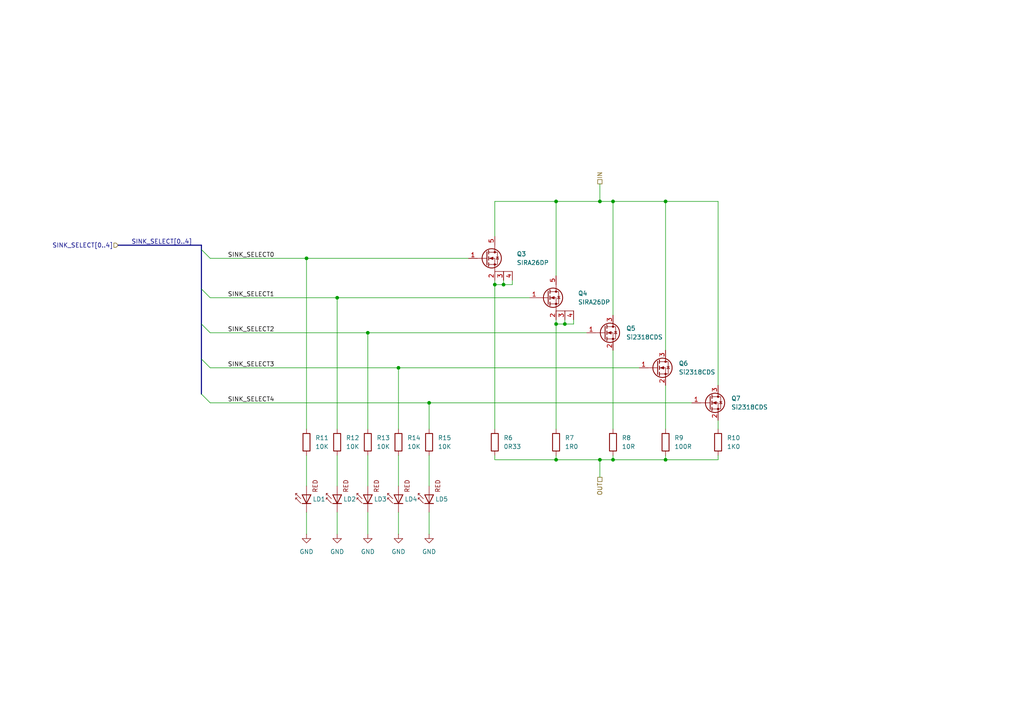
<source format=kicad_sch>
(kicad_sch (version 20250114) (generator "eeschema") (generator_version "9.0")
  (paper "A4")
  (title_block (title "SINK SENSE AND SELECT") (date "2026-01-23") (rev "A1"))
  (lib_symbols
    (symbol "power:GND" (power) (pin_numbers (hide yes)) (pin_names (offset 0) (hide yes))
      (property "Value" "GND" (at 0 -3.81 0))
      (symbol "GND_0_1"
        (polyline (pts (xy 0 0) (xy 0 -1.27) (xy 1.27 -1.27) (xy 0 -2.54) (xy -1.27 -1.27) (xy 0 -1.27)))
      )
      (symbol "GND_1_1"
        (pin power_in line (at 0 0 270) (length 0) (name "~") (number "1"))
      )
    )
    (symbol "vickys_symbols:APHHS1005LSECK/J3-PF" (pin_numbers (hide yes)) (pin_names (hide yes))
      (property "Reference" "LD" (at 0 -2.54 0))
      (property "Value" "APHHS1005LSECK/J3-PF" (at 1.27 -5.08 0))
      (symbol "APHHS1005LSECK/J3-PF_0_1"
        (polyline (pts (xy -1.27 1.27) (xy -1.27 -1.27)) (stroke (width 0.254)))
        (polyline (pts (xy -1.143 1.651) (xy 0.381 3.175) (xy 0.381 2.667) (xy 0.381 3.175) (xy -0.127 3.175)))
        (polyline (pts (xy 0.127 1.651) (xy 1.651 3.175) (xy 1.651 2.667)))
        (polyline (pts (xy 1.27 0) (xy -1.27 0)))
        (polyline (pts (xy 1.27 -1.27) (xy -1.27 0) (xy 1.27 1.27) (xy 1.27 -1.27)) (stroke (width 0.254)))
        (polyline (pts (xy 1.651 3.175) (xy 1.143 3.175)))
      )
      (symbol "APHHS1005LSECK/J3-PF_1_1"
        (text "RED" (at 3.81 -2.54 0) (effects (font (size 1.27 1.27))))
        (pin passive line (at -3.81 0 0) (length 2.54) (name "K") (number "1"))
        (pin passive line (at 3.81 0 180) (length 2.54) (name "A") (number "2"))
      )
    )
    (symbol "vickys_symbols:GENERIC_R" (pin_numbers (hide yes)) (pin_names (hide yes))
      (property "Reference" "R" (at 0 0 0))
      (symbol "GENERIC_R_0_1"
        (rectangle (start -1.016 -2.54) (end 1.016 2.54) (stroke (width 0.254)))
      )
      (symbol "GENERIC_R_1_1"
        (pin passive line (at 0 3.81 270) (length 1.27) (name "~") (number "1"))
        (pin passive line (at 0 -3.81 90) (length 1.27) (name "~") (number "2"))
      )
    )
    (symbol "vickys_symbols:SIRA26DP" (pin_names (hide yes))
      (property "Reference" "Q" (at 3.81 2.54 0))
      (property "Value" "SIRA26DP" (at 7.62 -2.54 0))
      (symbol "SIRA26DP_0_1"
        (polyline (pts (xy -2.286 1.905) (xy -2.286 -1.905)) (stroke (width 0.254)))
        (polyline (pts (xy -2.286 0) (xy -5.08 0)))
        (polyline (pts (xy -1.778 2.286) (xy -1.778 1.27)) (stroke (width 0.254)))
        (polyline (pts (xy -1.778 0.508) (xy -1.778 -0.508)) (stroke (width 0.254)))
        (polyline (pts (xy -1.778 -1.27) (xy -1.778 -2.286)) (stroke (width 0.254)))
        (polyline (pts (xy -1.778 -1.778) (xy 0.762 -1.778) (xy 0.762 1.778) (xy -1.778 1.778)))
        (polyline (pts (xy -1.524 0) (xy -0.508 0.381) (xy -0.508 -0.381) (xy -1.524 0)) (fill (type outline)))
        (circle (center -0.889 0) (radius 2.794) (stroke (width 0.254)))
        (polyline (pts (xy 0 3.81) (xy 0 2.54)))
        (polyline (pts (xy 0 2.54) (xy 0 1.778)))
        (circle (center 0 1.778) (radius 0.254) (fill (type outline)))
        (circle (center 0 -1.778) (radius 0.254) (fill (type outline)))
        (polyline (pts (xy 0 -2.54) (xy 0 -3.81)))
        (polyline (pts (xy 0 -2.54) (xy 0 0) (xy -1.778 0)))
        (polyline (pts (xy 0.381 0.381) (xy 1.143 0.381)))
        (polyline (pts (xy 0.762 0.381) (xy 0.381 -0.254) (xy 1.143 -0.254) (xy 0.762 0.381)))
        (polyline (pts (xy 5.08 -3.81) (xy 0 -3.81)))
      )
      (symbol "SIRA26DP_1_1"
        (pin input line (at -7.62 0 0) (length 2.54) (name "G") (number "1"))
        (pin passive line (at 0 6.35 270) (length 2.54) (name "D") (number "5"))
        (pin passive line (at 0 -6.35 90) (length 2.54) (name "S") (number "2"))
        (pin passive line (at 2.54 -6.35 90) (length 2.54) (name "S") (number "3"))
        (pin passive line (at 5.08 -6.35 90) (length 2.54) (name "S") (number "4"))
      )
    )
    (symbol "vickys_symbols:Si2318CDS" (pin_names (hide yes))
      (property "Reference" "Q" (at 3.81 2.54 0))
      (property "Value" "Si2318CDS" (at 7.62 -2.54 0))
      (symbol "Si2318CDS_0_1"
        (polyline (pts (xy -2.286 1.905) (xy -2.286 -1.905)) (stroke (width 0.254)))
        (polyline (pts (xy -2.286 0) (xy -5.08 0)))
        (polyline (pts (xy -1.778 2.286) (xy -1.778 1.27)) (stroke (width 0.254)))
        (polyline (pts (xy -1.778 0.508) (xy -1.778 -0.508)) (stroke (width 0.254)))
        (polyline (pts (xy -1.778 -1.27) (xy -1.778 -2.286)) (stroke (width 0.254)))
        (polyline (pts (xy -1.778 -1.778) (xy 0.762 -1.778) (xy 0.762 1.778) (xy -1.778 1.778)))
        (polyline (pts (xy -1.524 0) (xy -0.508 0.381) (xy -0.508 -0.381) (xy -1.524 0)) (fill (type outline)))
        (circle (center -0.889 0) (radius 2.794) (stroke (width 0.254)))
        (polyline (pts (xy 0 2.54) (xy 0 1.778)))
        (circle (center 0 1.778) (radius 0.254) (fill (type outline)))
        (circle (center 0 -1.778) (radius 0.254) (fill (type outline)))
        (polyline (pts (xy 0 -2.54) (xy 0 0) (xy -1.778 0)))
        (polyline (pts (xy 0.381 0.381) (xy 1.143 0.381)))
        (polyline (pts (xy 0.762 0.381) (xy 0.381 -0.254) (xy 1.143 -0.254) (xy 0.762 0.381)))
      )
      (symbol "Si2318CDS_1_1"
        (pin input line (at -7.62 0 0) (length 2.54) (name "G") (number "1"))
        (pin passive line (at 0 5.08 270) (length 2.54) (name "D") (number "3"))
        (pin passive line (at 0 -5.08 90) (length 2.54) (name "S") (number "2"))
      )
    )
  )
  (junction (at 161.29 58.42))
  (junction (at 124.46 116.84))
  (junction (at 161.29 133.35))
  (junction (at 173.99 133.35))
  (junction (at 193.04 58.42))
  (junction (at 177.8 58.42))
  (junction (at 106.68 96.52))
  (junction (at 146.05 82.55))
  (junction (at 177.8 133.35))
  (junction (at 193.04 133.35))
  (junction (at 161.29 93.98))
  (junction (at 88.9 74.93))
  (junction (at 115.57 106.68))
  (junction (at 163.83 93.98))
  (junction (at 143.51 82.55))
  (junction (at 173.99 58.42))
  (junction (at 97.79 86.36))
  (bus_entry (at 58.42 104.14) (size 2.54 2.54))
  (bus_entry (at 58.42 93.98) (size 2.54 2.54))
  (bus_entry (at 58.42 114.3) (size 2.54 2.54))
  (bus_entry (at 58.42 72.39) (size 2.54 2.54))
  (bus_entry (at 58.42 83.82) (size 2.54 2.54))
  (wire (pts (xy 88.9 148.59) (xy 88.9 154.94)))
  (wire (pts (xy 88.9 132.08) (xy 88.9 140.97)))
  (wire (pts (xy 173.99 58.42) (xy 177.8 58.42)))
  (wire (pts (xy 161.29 133.35) (xy 173.99 133.35)))
  (wire (pts (xy 60.96 86.36) (xy 97.79 86.36)))
  (wire (pts (xy 146.05 81.28) (xy 146.05 82.55)))
  (wire (pts (xy 143.51 81.28) (xy 143.51 82.55)))
  (wire (pts (xy 115.57 132.08) (xy 115.57 140.97)))
  (wire (pts (xy 161.29 93.98) (xy 161.29 124.46)))
  (wire (pts (xy 143.51 133.35) (xy 161.29 133.35)))
  (bus (pts (xy 58.42 93.98) (xy 58.42 104.14)))
  (wire (pts (xy 193.04 58.42) (xy 208.28 58.42)))
  (wire (pts (xy 173.99 133.35) (xy 173.99 138.43)))
  (wire (pts (xy 193.04 111.76) (xy 193.04 124.46)))
  (wire (pts (xy 208.28 133.35) (xy 208.28 132.08)))
  (wire (pts (xy 143.51 58.42) (xy 161.29 58.42)))
  (wire (pts (xy 143.51 133.35) (xy 143.51 132.08)))
  (wire (pts (xy 88.9 74.93) (xy 135.89 74.93)))
  (wire (pts (xy 177.8 58.42) (xy 177.8 91.44)))
  (wire (pts (xy 173.99 133.35) (xy 177.8 133.35)))
  (wire (pts (xy 161.29 58.42) (xy 161.29 80.01)))
  (bus (pts (xy 34.29 71.12) (xy 58.42 71.12)))
  (wire (pts (xy 60.96 106.68) (xy 115.57 106.68)))
  (wire (pts (xy 166.37 92.71) (xy 166.37 93.98)))
  (wire (pts (xy 166.37 93.98) (xy 163.83 93.98)))
  (wire (pts (xy 60.96 116.84) (xy 124.46 116.84)))
  (wire (pts (xy 60.96 74.93) (xy 88.9 74.93)))
  (wire (pts (xy 115.57 106.68) (xy 185.42 106.68)))
  (wire (pts (xy 97.79 124.46) (xy 97.79 86.36)))
  (wire (pts (xy 124.46 132.08) (xy 124.46 140.97)))
  (wire (pts (xy 193.04 133.35) (xy 208.28 133.35)))
  (wire (pts (xy 161.29 58.42) (xy 173.99 58.42)))
  (wire (pts (xy 161.29 133.35) (xy 161.29 132.08)))
  (wire (pts (xy 173.99 58.42) (xy 173.99 53.34)))
  (wire (pts (xy 143.51 82.55) (xy 143.51 124.46)))
  (wire (pts (xy 124.46 148.59) (xy 124.46 154.94)))
  (wire (pts (xy 124.46 116.84) (xy 200.66 116.84)))
  (wire (pts (xy 177.8 101.6) (xy 177.8 124.46)))
  (wire (pts (xy 97.79 86.36) (xy 153.67 86.36)))
  (wire (pts (xy 60.96 96.52) (xy 106.68 96.52)))
  (wire (pts (xy 146.05 82.55) (xy 143.51 82.55)))
  (wire (pts (xy 97.79 132.08) (xy 97.79 140.97)))
  (wire (pts (xy 148.59 82.55) (xy 146.05 82.55)))
  (wire (pts (xy 143.51 68.58) (xy 143.51 58.42)))
  (wire (pts (xy 161.29 92.71) (xy 161.29 93.98)))
  (wire (pts (xy 97.79 148.59) (xy 97.79 154.94)))
  (wire (pts (xy 106.68 148.59) (xy 106.68 154.94)))
  (wire (pts (xy 177.8 133.35) (xy 193.04 133.35)))
  (wire (pts (xy 163.83 93.98) (xy 161.29 93.98)))
  (wire (pts (xy 115.57 106.68) (xy 115.57 124.46)))
  (wire (pts (xy 163.83 92.71) (xy 163.83 93.98)))
  (bus (pts (xy 58.42 72.39) (xy 58.42 83.82)))
  (bus (pts (xy 58.42 71.12) (xy 58.42 72.39)))
  (wire (pts (xy 177.8 133.35) (xy 177.8 132.08)))
  (wire (pts (xy 124.46 116.84) (xy 124.46 124.46)))
  (wire (pts (xy 177.8 58.42) (xy 193.04 58.42)))
  (wire (pts (xy 208.28 121.92) (xy 208.28 124.46)))
  (wire (pts (xy 106.68 96.52) (xy 106.68 124.46)))
  (bus (pts (xy 58.42 83.82) (xy 58.42 93.98)))
  (wire (pts (xy 106.68 132.08) (xy 106.68 140.97)))
  (wire (pts (xy 193.04 58.42) (xy 193.04 101.6)))
  (wire (pts (xy 88.9 74.93) (xy 88.9 124.46)))
  (wire (pts (xy 106.68 96.52) (xy 170.18 96.52)))
  (wire (pts (xy 148.59 81.28) (xy 148.59 82.55)))
  (bus (pts (xy 58.42 104.14) (xy 58.42 114.3)))
  (wire (pts (xy 208.28 58.42) (xy 208.28 111.76)))
  (wire (pts (xy 115.57 148.59) (xy 115.57 154.94)))
  (wire (pts (xy 193.04 133.35) (xy 193.04 132.08)))
  (label "SINK_SELECT[0..4]" (at 38.1 71.12 0))
  (label "SINK_SELECT4" (at 66.04 116.84 0))
  (label "SINK_SELECT3" (at 66.04 106.68 0))
  (label "SINK_SELECT2" (at 66.04 96.52 0))
  (label "SINK_SELECT1" (at 66.04 86.36 0))
  (label "SINK_SELECT0" (at 66.04 74.93 0))
  (hierarchical_label "IN" (shape passive) (at 173.99 53.34 90))
  (hierarchical_label "OUT" (shape passive) (at 173.99 138.43 270))
  (hierarchical_label "SINK_SELECT[0..4]" (shape input) (at 34.29 71.12 180))
  (symbol (lib_id "vickys_symbols:Si2318CDS") (at 193.04 106.68 0) (unit 1)
    (property "Reference" "Q6" (at 196.85 105.4099 0) (effects (justify left)))
    (property "Value" "Si2318CDS" (at 196.85 107.9499 0) (effects (justify left)))
    (property "Footprint" "Package_TO_SOT_SMD:SOT-23-3" (effects (hide yes)))
    (property "Datasheet" "https://www.vishay.com/docs/67030/si2318cds.pdf" (effects (hide yes)))
    (property "Description" "Transistor, N-Channel MOSFET" (effects (hide yes)))
    (property "Manufacturer" "Vishay" (effects (hide yes)))
    (property "MPN" "SI2318CDS-T1-BE3" (effects (hide yes)))
    (property "Package/Case" "SOT-23-3" (effects (hide yes)))
    (property "Mounting Type" "SMT" (effects (hide yes)))
    (property "RoHS" "Y" (effects (hide yes)))
  )
  (symbol (lib_id "vickys_symbols:GENERIC_R") (at 115.57 128.27 0) (unit 1)
    (property "Reference" "R14" (at 118.11 126.9999 0) (effects (justify left)))
    (property "Value" "10K" (at 118.11 129.5399 0) (effects (justify left)))
    (property "Footprint" "Resistor_SMD:R_0603_1608Metric" (effects (hide yes)))
    (property "Description" "GENERIC R" (effects (hide yes)))
    (property "Manufacturer" "YAGEO" (effects (hide yes)))
    (property "MPN" "RC0603FR-0710KL" (effects (hide yes)))
    (property "Mounting Type" "SMT" (effects (hide yes)))
    (property "RoHS" "Y" (effects (hide yes)))
    (property "Tolerance" "1%" (effects (hide yes)))
    (property "Power Rating" "1/10W" (effects (hide yes)))
    (property "Package/Case" "0603" (effects (hide yes)))
  )
  (symbol (lib_id "vickys_symbols:SIRA26DP") (at 143.51 74.93 0) (unit 1)
    (property "Reference" "Q3" (at 149.86 73.6599 0) (effects (justify left)))
    (property "Value" "SIRA26DP" (at 149.86 76.1999 0) (effects (justify left)))
    (property "Footprint" "Package_SO:PowerPAK_SO-8L_Single" (effects (hide yes)))
    (property "Datasheet" "https://www.vishay.com/en/product/75447/" (effects (hide yes)))
    (property "Description" "Transistor, N-Channel MOSFET" (effects (hide yes)))
    (property "Manufacturer" "Vishay" (effects (hide yes)))
    (property "MPN" "SIRA26DP-T1-RE3" (effects (hide yes)))
    (property "Package/Case" "PowerPAK-SO-8" (effects (hide yes)))
    (property "Mounting Type" "SMT" (effects (hide yes)))
    (property "RoHS" "Y" (effects (hide yes)))
  )
  (symbol (lib_id "vickys_symbols:SIRA26DP") (at 161.29 86.36 0) (unit 1)
    (property "Reference" "Q4" (at 167.64 85.0899 0) (effects (justify left)))
    (property "Value" "SIRA26DP" (at 167.64 87.6299 0) (effects (justify left)))
    (property "Footprint" "Package_SO:PowerPAK_SO-8L_Single" (effects (hide yes)))
    (property "Datasheet" "https://www.vishay.com/en/product/75447/" (effects (hide yes)))
    (property "Description" "Transistor, N-Channel MOSFET" (effects (hide yes)))
    (property "Manufacturer" "Vishay" (effects (hide yes)))
    (property "MPN" "SIRA26DP-T1-RE3" (effects (hide yes)))
    (property "Package/Case" "PowerPAK-SO-8" (effects (hide yes)))
    (property "Mounting Type" "SMT" (effects (hide yes)))
    (property "RoHS" "Y" (effects (hide yes)))
  )
  (symbol (lib_id "vickys_symbols:GENERIC_R") (at 124.46 128.27 0) (unit 1)
    (property "Reference" "R15" (at 127 126.9999 0) (effects (justify left)))
    (property "Value" "10K" (at 127 129.5399 0) (effects (justify left)))
    (property "Footprint" "Resistor_SMD:R_0603_1608Metric" (effects (hide yes)))
    (property "Description" "GENERIC R" (effects (hide yes)))
    (property "Manufacturer" "YAGEO" (effects (hide yes)))
    (property "MPN" "RC0603FR-0710KL" (effects (hide yes)))
    (property "Mounting Type" "SMT" (effects (hide yes)))
    (property "RoHS" "Y" (effects (hide yes)))
    (property "Tolerance" "1%" (effects (hide yes)))
    (property "Power Rating" "1/10W" (effects (hide yes)))
    (property "Package/Case" "0603" (effects (hide yes)))
  )
  (symbol (lib_id "vickys_symbols:Si2318CDS") (at 208.28 116.84 0) (unit 1)
    (property "Reference" "Q7" (at 212.09 115.5699 0) (effects (justify left)))
    (property "Value" "Si2318CDS" (at 212.09 118.1099 0) (effects (justify left)))
    (property "Footprint" "Package_TO_SOT_SMD:SOT-23-3" (effects (hide yes)))
    (property "Datasheet" "https://www.vishay.com/docs/67030/si2318cds.pdf" (effects (hide yes)))
    (property "Description" "Transistor, N-Channel MOSFET" (effects (hide yes)))
    (property "Manufacturer" "Vishay" (effects (hide yes)))
    (property "MPN" "SI2318CDS-T1-BE3" (effects (hide yes)))
    (property "Package/Case" "SOT-23-3" (effects (hide yes)))
    (property "Mounting Type" "SMT" (effects (hide yes)))
    (property "RoHS" "Y" (effects (hide yes)))
  )
  (symbol (lib_id "vickys_symbols:GENERIC_R") (at 193.04 128.27 0) (unit 1)
    (property "Reference" "R9" (at 195.58 126.9999 0) (effects (justify left)))
    (property "Value" "100R" (at 195.58 129.5399 0) (effects (justify left)))
    (property "Footprint" "Resistor_SMD:R_1206_3216Metric" (effects (hide yes)))
    (property "Description" "GENERIC R" (effects (hide yes)))
    (property "Manufacturer" "YAGEO" (effects (hide yes)))
    (property "MPN" "RC1206FR-07100RL" (effects (hide yes)))
    (property "Mounting Type" "SMT" (effects (hide yes)))
    (property "RoHS" "Y" (effects (hide yes)))
    (property "Tolerance" "1%" (effects (hide yes)))
    (property "Power Rating" "1/4W" (effects (hide yes)))
    (property "Package/Case" "1206" (effects (hide yes)))
  )
  (symbol (lib_id "vickys_symbols:GENERIC_R") (at 97.79 128.27 0) (unit 1)
    (property "Reference" "R12" (at 100.33 126.9999 0) (effects (justify left)))
    (property "Value" "10K" (at 100.33 129.5399 0) (effects (justify left)))
    (property "Footprint" "Resistor_SMD:R_0603_1608Metric" (effects (hide yes)))
    (property "Description" "GENERIC R" (effects (hide yes)))
    (property "Manufacturer" "YAGEO" (effects (hide yes)))
    (property "MPN" "RC0603FR-0710KL" (effects (hide yes)))
    (property "Mounting Type" "SMT" (effects (hide yes)))
    (property "RoHS" "Y" (effects (hide yes)))
    (property "Tolerance" "1%" (effects (hide yes)))
    (property "Power Rating" "1/10W" (effects (hide yes)))
    (property "Package/Case" "0603" (effects (hide yes)))
  )
  (symbol (lib_id "vickys_symbols:GENERIC_R") (at 106.68 128.27 0) (unit 1)
    (property "Reference" "R13" (at 109.22 126.9999 0) (effects (justify left)))
    (property "Value" "10K" (at 109.22 129.5399 0) (effects (justify left)))
    (property "Footprint" "Resistor_SMD:R_0603_1608Metric" (effects (hide yes)))
    (property "Description" "GENERIC R" (effects (hide yes)))
    (property "Manufacturer" "YAGEO" (effects (hide yes)))
    (property "MPN" "RC0603FR-0710KL" (effects (hide yes)))
    (property "Mounting Type" "SMT" (effects (hide yes)))
    (property "RoHS" "Y" (effects (hide yes)))
    (property "Tolerance" "1%" (effects (hide yes)))
    (property "Power Rating" "1/10W" (effects (hide yes)))
    (property "Package/Case" "0603" (effects (hide yes)))
  )
  (symbol (lib_id "vickys_symbols:GENERIC_R") (at 208.28 128.27 0) (unit 1)
    (property "Reference" "R10" (at 210.82 126.9999 0) (effects (justify left)))
    (property "Value" "1K0" (at 210.82 129.5399 0) (effects (justify left)))
    (property "Footprint" "Resistor_SMD:R_1206_3216Metric" (effects (hide yes)))
    (property "Description" "GENERIC R" (effects (hide yes)))
    (property "Manufacturer" "YAGEO" (effects (hide yes)))
    (property "MPN" "RC1206FR-071KL" (effects (hide yes)))
    (property "Mounting Type" "SMT" (effects (hide yes)))
    (property "RoHS" "Y" (effects (hide yes)))
    (property "Tolerance" "1%" (effects (hide yes)))
    (property "Power Rating" "1/4W" (effects (hide yes)))
    (property "Package/Case" "1206" (effects (hide yes)))
  )
  (symbol (lib_id "power:GND") (at 88.9 154.94 0) (unit 1)
    (property "Reference" "#PWR06" (effects (hide yes)))
    (property "Value" "GND" (at 88.9 160.02 0))
    (property "Description" "Power symbol creates a global label with name \"GND\" , ground" (effects (hide yes)))
  )
  (symbol (lib_id "vickys_symbols:GENERIC_R") (at 143.51 128.27 0) (unit 1)
    (property "Reference" "R6" (at 146.05 126.9999 0) (effects (justify left)))
    (property "Value" "0R33" (at 146.05 129.5399 0) (effects (justify left)))
    (property "Footprint" "Resistor_SMD:R_1206_3216Metric" (effects (hide yes)))
    (property "Description" "GENERIC R" (effects (hide yes)))
    (property "Manufacturer" "YAGEO" (effects (hide yes)))
    (property "MPN" "RL1206FR-070R33L" (effects (hide yes)))
    (property "Mounting Type" "SMT" (effects (hide yes)))
    (property "RoHS" "Y" (effects (hide yes)))
    (property "Tolerance" "1%" (effects (hide yes)))
    (property "Power Rating" "1/4W" (effects (hide yes)))
    (property "Package/Case" "1206" (effects (hide yes)))
  )
  (symbol (lib_id "vickys_symbols:APHHS1005LSECK/J3-PF") (at 106.68 144.78 90) (unit 1)
    (property "Reference" "LD3" (at 108.458 144.78 90) (effects (justify right)))
    (property "Value" "APHHS1005LSECK/J3-PF" (effects (hide yes)))
    (property "Footprint" "LED_SMD:LED_0402_1005Metric_Pad0.77x0.64mm_HandSolder" (effects (hide yes)))
    (property "Description" "LED, Red, 1.8V, 5mA, 0402 (1005 Metric)" (effects (hide yes)))
    (property "Manufacturer" "Kingbright" (effects (hide yes)))
    (property "MPN" "APHHS1005LSECK/J3-PF" (effects (hide yes)))
    (property "Package/Case" "0402" (effects (hide yes)))
    (property "Mounting Type" "SMT" (effects (hide yes)))
  )
  (symbol (lib_id "vickys_symbols:GENERIC_R") (at 161.29 128.27 0) (unit 1)
    (property "Reference" "R7" (at 163.83 126.9999 0) (effects (justify left)))
    (property "Value" "1R0" (at 163.83 129.5399 0) (effects (justify left)))
    (property "Footprint" "Resistor_SMD:R_1206_3216Metric" (effects (hide yes)))
    (property "Description" "GENERIC R" (effects (hide yes)))
    (property "Manufacturer" "YAGEO" (effects (hide yes)))
    (property "MPN" "RC1206FR-131RL" (effects (hide yes)))
    (property "Mounting Type" "SMT" (effects (hide yes)))
    (property "RoHS" "Y" (effects (hide yes)))
    (property "Tolerance" "1%" (effects (hide yes)))
    (property "Power Rating" "1/4W" (effects (hide yes)))
    (property "Package/Case" "1206" (effects (hide yes)))
  )
  (symbol (lib_id "vickys_symbols:GENERIC_R") (at 177.8 128.27 0) (unit 1)
    (property "Reference" "R8" (at 180.34 126.9999 0) (effects (justify left)))
    (property "Value" "10R" (at 180.34 129.5399 0) (effects (justify left)))
    (property "Footprint" "Resistor_SMD:R_1206_3216Metric" (effects (hide yes)))
    (property "Description" "GENERIC R" (effects (hide yes)))
    (property "Manufacturer" "YAGEO" (effects (hide yes)))
    (property "MPN" "RC1206FR-0710RL" (effects (hide yes)))
    (property "Mounting Type" "SMT" (effects (hide yes)))
    (property "RoHS" "Y" (effects (hide yes)))
    (property "Tolerance" "1%" (effects (hide yes)))
    (property "Power Rating" "1/4W" (effects (hide yes)))
    (property "Package/Case" "1206" (effects (hide yes)))
  )
  (symbol (lib_id "vickys_symbols:APHHS1005LSECK/J3-PF") (at 88.9 144.78 90) (unit 1)
    (property "Reference" "LD1" (at 90.678 144.78 90) (effects (justify right)))
    (property "Value" "APHHS1005LSECK/J3-PF" (effects (hide yes)))
    (property "Footprint" "LED_SMD:LED_0402_1005Metric_Pad0.77x0.64mm_HandSolder" (effects (hide yes)))
    (property "Description" "LED, Red, 1.8V, 5mA, 0402 (1005 Metric)" (effects (hide yes)))
    (property "Manufacturer" "Kingbright" (effects (hide yes)))
    (property "MPN" "APHHS1005LSECK/J3-PF" (effects (hide yes)))
    (property "Package/Case" "0402" (effects (hide yes)))
    (property "Mounting Type" "SMT" (effects (hide yes)))
  )
  (symbol (lib_id "vickys_symbols:APHHS1005LSECK/J3-PF") (at 124.46 144.78 90) (unit 1)
    (property "Reference" "LD5" (at 126.238 144.78 90) (effects (justify right)))
    (property "Value" "APHHS1005LSECK/J3-PF" (effects (hide yes)))
    (property "Footprint" "LED_SMD:LED_0402_1005Metric_Pad0.77x0.64mm_HandSolder" (effects (hide yes)))
    (property "Description" "LED, Red, 1.8V, 5mA, 0402 (1005 Metric)" (effects (hide yes)))
    (property "Manufacturer" "Kingbright" (effects (hide yes)))
    (property "MPN" "APHHS1005LSECK/J3-PF" (effects (hide yes)))
    (property "Package/Case" "0402" (effects (hide yes)))
    (property "Mounting Type" "SMT" (effects (hide yes)))
  )
  (symbol (lib_id "vickys_symbols:APHHS1005LSECK/J3-PF") (at 97.79 144.78 90) (unit 1)
    (property "Reference" "LD2" (at 99.568 144.78 90) (effects (justify right)))
    (property "Value" "APHHS1005LSECK/J3-PF" (effects (hide yes)))
    (property "Footprint" "LED_SMD:LED_0402_1005Metric_Pad0.77x0.64mm_HandSolder" (effects (hide yes)))
    (property "Description" "LED, Red, 1.8V, 5mA, 0402 (1005 Metric)" (effects (hide yes)))
    (property "Manufacturer" "Kingbright" (effects (hide yes)))
    (property "MPN" "APHHS1005LSECK/J3-PF" (effects (hide yes)))
    (property "Package/Case" "0402" (effects (hide yes)))
    (property "Mounting Type" "SMT" (effects (hide yes)))
  )
  (symbol (lib_id "vickys_symbols:GENERIC_R") (at 88.9 128.27 0) (unit 1)
    (property "Reference" "R11" (at 91.44 126.9999 0) (effects (justify left)))
    (property "Value" "10K" (at 91.44 129.5399 0) (effects (justify left)))
    (property "Footprint" "Resistor_SMD:R_0603_1608Metric" (effects (hide yes)))
    (property "Description" "GENERIC R" (effects (hide yes)))
    (property "Manufacturer" "YAGEO" (effects (hide yes)))
    (property "MPN" "RC0603FR-0710KL" (effects (hide yes)))
    (property "Mounting Type" "SMT" (effects (hide yes)))
    (property "RoHS" "Y" (effects (hide yes)))
    (property "Tolerance" "1%" (effects (hide yes)))
    (property "Power Rating" "1/10W" (effects (hide yes)))
    (property "Package/Case" "0603" (effects (hide yes)))
  )
  (symbol (lib_id "vickys_symbols:Si2318CDS") (at 177.8 96.52 0) (unit 1)
    (property "Reference" "Q5" (at 181.61 95.2499 0) (effects (justify left)))
    (property "Value" "Si2318CDS" (at 181.61 97.7899 0) (effects (justify left)))
    (property "Footprint" "Package_TO_SOT_SMD:SOT-23-3" (effects (hide yes)))
    (property "Datasheet" "https://www.vishay.com/docs/67030/si2318cds.pdf" (effects (hide yes)))
    (property "Description" "Transistor, N-Channel MOSFET" (effects (hide yes)))
    (property "Manufacturer" "Vishay" (effects (hide yes)))
    (property "MPN" "SI2318CDS-T1-BE3" (effects (hide yes)))
    (property "Package/Case" "SOT-23-3" (effects (hide yes)))
    (property "Mounting Type" "SMT" (effects (hide yes)))
    (property "RoHS" "Y" (effects (hide yes)))
  )
  (symbol (lib_id "vickys_symbols:APHHS1005LSECK/J3-PF") (at 115.57 144.78 90) (unit 1)
    (property "Reference" "LD4" (at 117.348 144.78 90) (effects (justify right)))
    (property "Value" "APHHS1005LSECK/J3-PF" (effects (hide yes)))
    (property "Footprint" "LED_SMD:LED_0402_1005Metric_Pad0.77x0.64mm_HandSolder" (effects (hide yes)))
    (property "Description" "LED, Red, 1.8V, 5mA, 0402 (1005 Metric)" (effects (hide yes)))
    (property "Manufacturer" "Kingbright" (effects (hide yes)))
    (property "MPN" "APHHS1005LSECK/J3-PF" (effects (hide yes)))
    (property "Package/Case" "0402" (effects (hide yes)))
    (property "Mounting Type" "SMT" (effects (hide yes)))
  )
  (symbol (lib_id "power:GND") (at 115.57 154.94 0) (unit 1)
    (property "Reference" "#PWR011" (effects (hide yes)))
    (property "Value" "GND" (at 115.57 160.02 0))
    (property "Description" "Power symbol creates a global label with name \"GND\" , ground" (effects (hide yes)))
  )
  (symbol (lib_id "power:GND") (at 97.79 154.94 0) (unit 1)
    (property "Reference" "#PWR09" (effects (hide yes)))
    (property "Value" "GND" (at 97.79 160.02 0))
    (property "Description" "Power symbol creates a global label with name \"GND\" , ground" (effects (hide yes)))
  )
  (symbol (lib_id "power:GND") (at 106.68 154.94 0) (unit 1)
    (property "Reference" "#PWR010" (effects (hide yes)))
    (property "Value" "GND" (at 106.68 160.02 0))
    (property "Description" "Power symbol creates a global label with name \"GND\" , ground" (effects (hide yes)))
  )
  (symbol (lib_id "power:GND") (at 124.46 154.94 0) (unit 1)
    (property "Reference" "#PWR012" (effects (hide yes)))
    (property "Value" "GND" (at 124.46 160.02 0))
    (property "Description" "Power symbol creates a global label with name \"GND\" , ground" (effects (hide yes)))
  )
)
</source>
